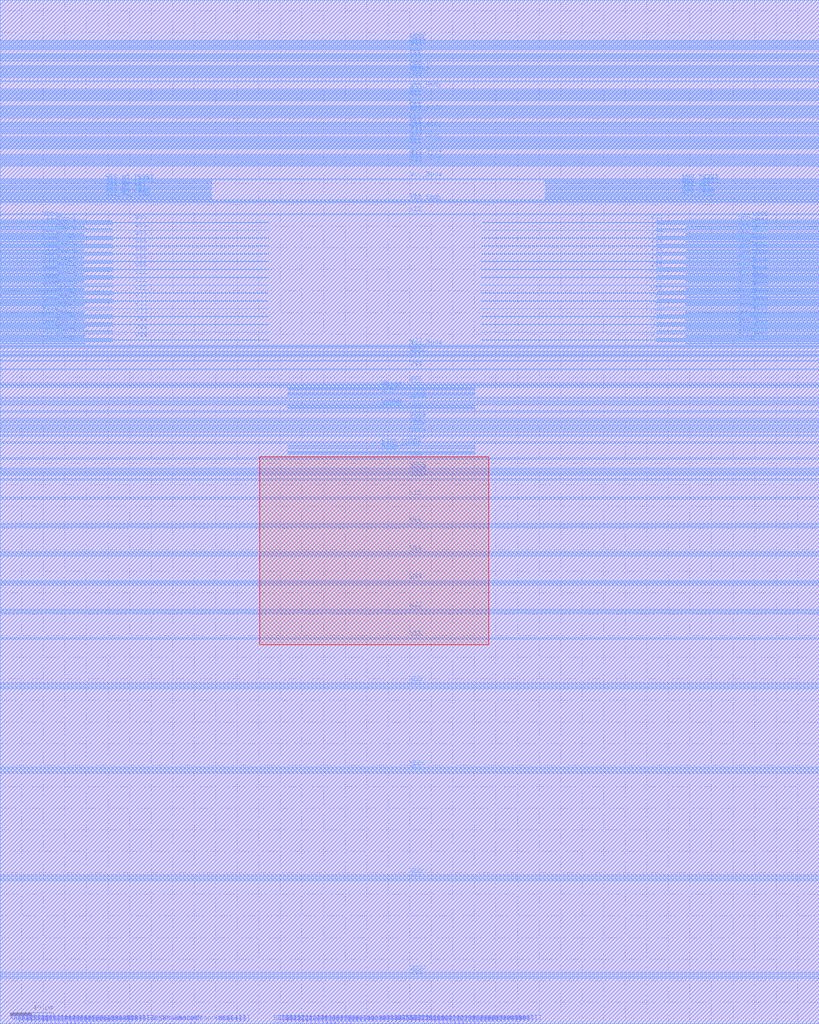
<source format=lef>
VERSION 5.7 ;
BUSBITCHARS "[]" ;
DIVIDERCHAR "/" ;

MACRO BM130_NEURO_32X32
  CLASS BLOCK
  ORIGIN 0 0 ;
  FOREIGN BM130_NEURO_32X32 0 0 ;
  SIZE 760 BY 950 ;
  PIN DI[0]
    DIRECTION INPUT ;
    USE SIGNAL ;
    PORT
      LAYER met2 ;
        RECT 253.205 0 253.505 1 ;
    END
  END DI[0]
  PIN DI[31]
    DIRECTION INPUT ;
    USE SIGNAL ;
    PORT
      LAYER met2 ;
        RECT 476.405 0 476.705 1 ;
    END
  END DI[31]
  PIN DI[30]
    DIRECTION INPUT ;
    USE SIGNAL ;
    PORT
      LAYER met2 ;
        RECT 469.205 0 469.505 1 ;
    END
  END DI[30]
  PIN DI[29]
    DIRECTION INPUT ;
    USE SIGNAL ;
    PORT
      LAYER met2 ;
        RECT 462.005 0 462.305 1 ;
    END
  END DI[29]
  PIN DI[28]
    DIRECTION INPUT ;
    USE SIGNAL ;
    PORT
      LAYER met2 ;
        RECT 454.805 0 455.105 1 ;
    END
  END DI[28]
  PIN DI[27]
    DIRECTION INPUT ;
    USE SIGNAL ;
    PORT
      LAYER met2 ;
        RECT 447.605 0 447.905 1 ;
    END
  END DI[27]
  PIN DI[26]
    DIRECTION INPUT ;
    USE SIGNAL ;
    PORT
      LAYER met2 ;
        RECT 440.405 0 440.705 1 ;
    END
  END DI[26]
  PIN DI[25]
    DIRECTION INPUT ;
    USE SIGNAL ;
    PORT
      LAYER met2 ;
        RECT 433.205 0 433.505 1 ;
    END
  END DI[25]
  PIN DI[24]
    DIRECTION INPUT ;
    USE SIGNAL ;
    PORT
      LAYER met2 ;
        RECT 426.005 0 426.305 1 ;
    END
  END DI[24]
  PIN DI[23]
    DIRECTION INPUT ;
    USE SIGNAL ;
    PORT
      LAYER met2 ;
        RECT 418.805 0 419.105 1 ;
    END
  END DI[23]
  PIN DI[22]
    DIRECTION INPUT ;
    USE SIGNAL ;
    PORT
      LAYER met2 ;
        RECT 411.605 0 411.905 1 ;
    END
  END DI[22]
  PIN DI[21]
    DIRECTION INPUT ;
    USE SIGNAL ;
    PORT
      LAYER met2 ;
        RECT 404.405 0 404.705 1 ;
    END
  END DI[21]
  PIN DI[20]
    DIRECTION INPUT ;
    USE SIGNAL ;
    PORT
      LAYER met2 ;
        RECT 397.205 0 397.505 1 ;
    END
  END DI[20]
  PIN DI[19]
    DIRECTION INPUT ;
    USE SIGNAL ;
    PORT
      LAYER met2 ;
        RECT 390.005 0 390.305 1 ;
    END
  END DI[19]
  PIN DI[18]
    DIRECTION INPUT ;
    USE SIGNAL ;
    PORT
      LAYER met2 ;
        RECT 382.805 0 383.105 1 ;
    END
  END DI[18]
  PIN DI[17]
    DIRECTION INPUT ;
    USE SIGNAL ;
    PORT
      LAYER met2 ;
        RECT 375.605 0 375.905 1 ;
    END
  END DI[17]
  PIN DI[16]
    DIRECTION INPUT ;
    USE SIGNAL ;
    PORT
      LAYER met2 ;
        RECT 368.405 0 368.705 1 ;
    END
  END DI[16]
  PIN DI[15]
    DIRECTION INPUT ;
    USE SIGNAL ;
    PORT
      LAYER met2 ;
        RECT 361.205 0 361.505 1 ;
    END
  END DI[15]
  PIN DI[14]
    DIRECTION INPUT ;
    USE SIGNAL ;
    PORT
      LAYER met2 ;
        RECT 354.005 0 354.305 1 ;
    END
  END DI[14]
  PIN DI[13]
    DIRECTION INPUT ;
    USE SIGNAL ;
    PORT
      LAYER met2 ;
        RECT 346.805 0 347.105 1 ;
    END
  END DI[13]
  PIN DI[12]
    DIRECTION INPUT ;
    USE SIGNAL ;
    PORT
      LAYER met2 ;
        RECT 339.605 0 339.905 1 ;
    END
  END DI[12]
  PIN DI[11]
    DIRECTION INPUT ;
    USE SIGNAL ;
    PORT
      LAYER met2 ;
        RECT 332.405 0 332.705 1 ;
    END
  END DI[11]
  PIN DI[10]
    DIRECTION INPUT ;
    USE SIGNAL ;
    PORT
      LAYER met2 ;
        RECT 325.205 0 325.505 1 ;
    END
  END DI[10]
  PIN DI[9]
    DIRECTION INPUT ;
    USE SIGNAL ;
    PORT
      LAYER met2 ;
        RECT 318.005 0 318.305 1 ;
    END
  END DI[9]
  PIN DI[8]
    DIRECTION INPUT ;
    USE SIGNAL ;
    PORT
      LAYER met2 ;
        RECT 310.805 0 311.105 1 ;
    END
  END DI[8]
  PIN DI[7]
    DIRECTION INPUT ;
    USE SIGNAL ;
    PORT
      LAYER met2 ;
        RECT 303.605 0 303.905 1 ;
    END
  END DI[7]
  PIN DI[6]
    DIRECTION INPUT ;
    USE SIGNAL ;
    PORT
      LAYER met2 ;
        RECT 296.405 0 296.705 1 ;
    END
  END DI[6]
  PIN DI[5]
    DIRECTION INPUT ;
    USE SIGNAL ;
    PORT
      LAYER met2 ;
        RECT 289.205 0 289.505 1 ;
    END
  END DI[5]
  PIN DI[4]
    DIRECTION INPUT ;
    USE SIGNAL ;
    PORT
      LAYER met2 ;
        RECT 282.005 0 282.305 1 ;
    END
  END DI[4]
  PIN DI[3]
    DIRECTION INPUT ;
    USE SIGNAL ;
    PORT
      LAYER met2 ;
        RECT 274.805 0 275.105 1 ;
    END
  END DI[3]
  PIN DI[2]
    DIRECTION INPUT ;
    USE SIGNAL ;
    PORT
      LAYER met2 ;
        RECT 267.605 0 267.905 1 ;
    END
  END DI[2]
  PIN DI[1]
    DIRECTION INPUT ;
    USE SIGNAL ;
    PORT
      LAYER met2 ;
        RECT 260.405 0 260.705 1 ;
    END
  END DI[1]
  PIN AD[0]
    DIRECTION INPUT ;
    USE SIGNAL ;
    PORT
      LAYER met2 ;
        RECT 8.335 0 8.635 1 ;
    END
  END AD[0]
  PIN AD[31]
    DIRECTION INPUT ;
    USE SIGNAL ;
    PORT
      LAYER met2 ;
        RECT 119.935 0 120.235 1 ;
    END
  END AD[31]
  PIN AD[30]
    DIRECTION INPUT ;
    USE SIGNAL ;
    PORT
      LAYER met2 ;
        RECT 116.335 0 116.635 1 ;
    END
  END AD[30]
  PIN AD[29]
    DIRECTION INPUT ;
    USE SIGNAL ;
    PORT
      LAYER met2 ;
        RECT 112.735 0 113.035 1 ;
    END
  END AD[29]
  PIN AD[28]
    DIRECTION INPUT ;
    USE SIGNAL ;
    PORT
      LAYER met2 ;
        RECT 109.135 0 109.435 1 ;
    END
  END AD[28]
  PIN AD[27]
    DIRECTION INPUT ;
    USE SIGNAL ;
    PORT
      LAYER met2 ;
        RECT 105.535 0 105.835 1 ;
    END
  END AD[27]
  PIN AD[26]
    DIRECTION INPUT ;
    USE SIGNAL ;
    PORT
      LAYER met2 ;
        RECT 101.935 0 102.235 1 ;
    END
  END AD[26]
  PIN AD[25]
    DIRECTION INPUT ;
    USE SIGNAL ;
    PORT
      LAYER met2 ;
        RECT 98.335 0 98.635 1 ;
    END
  END AD[25]
  PIN AD[24]
    DIRECTION INPUT ;
    USE SIGNAL ;
    PORT
      LAYER met2 ;
        RECT 94.735 0 95.035 1 ;
    END
  END AD[24]
  PIN AD[23]
    DIRECTION INPUT ;
    USE SIGNAL ;
    PORT
      LAYER met2 ;
        RECT 91.135 0 91.435 1 ;
    END
  END AD[23]
  PIN AD[22]
    DIRECTION INPUT ;
    USE SIGNAL ;
    PORT
      LAYER met2 ;
        RECT 87.535 0 87.835 1 ;
    END
  END AD[22]
  PIN AD[21]
    DIRECTION INPUT ;
    USE SIGNAL ;
    PORT
      LAYER met2 ;
        RECT 83.935 0 84.235 1 ;
    END
  END AD[21]
  PIN AD[20]
    DIRECTION INPUT ;
    USE SIGNAL ;
    PORT
      LAYER met2 ;
        RECT 80.335 0 80.635 1 ;
    END
  END AD[20]
  PIN AD[19]
    DIRECTION INPUT ;
    USE SIGNAL ;
    PORT
      LAYER met2 ;
        RECT 76.735 0 77.035 1 ;
    END
  END AD[19]
  PIN AD[18]
    DIRECTION INPUT ;
    USE SIGNAL ;
    PORT
      LAYER met2 ;
        RECT 73.135 0 73.435 1 ;
    END
  END AD[18]
  PIN AD[17]
    DIRECTION INPUT ;
    USE SIGNAL ;
    PORT
      LAYER met2 ;
        RECT 69.535 0 69.835 1 ;
    END
  END AD[17]
  PIN AD[16]
    DIRECTION INPUT ;
    USE SIGNAL ;
    PORT
      LAYER met2 ;
        RECT 65.935 0 66.235 1 ;
    END
  END AD[16]
  PIN AD[15]
    DIRECTION INPUT ;
    USE SIGNAL ;
    PORT
      LAYER met2 ;
        RECT 62.335 0 62.635 1 ;
    END
  END AD[15]
  PIN AD[14]
    DIRECTION INPUT ;
    USE SIGNAL ;
    PORT
      LAYER met2 ;
        RECT 58.735 0 59.035 1 ;
    END
  END AD[14]
  PIN AD[13]
    DIRECTION INPUT ;
    USE SIGNAL ;
    PORT
      LAYER met2 ;
        RECT 55.135 0 55.435 1 ;
    END
  END AD[13]
  PIN AD[12]
    DIRECTION INPUT ;
    USE SIGNAL ;
    PORT
      LAYER met2 ;
        RECT 51.535 0 51.835 1 ;
    END
  END AD[12]
  PIN AD[11]
    DIRECTION INPUT ;
    USE SIGNAL ;
    PORT
      LAYER met2 ;
        RECT 47.935 0 48.235 1 ;
    END
  END AD[11]
  PIN AD[10]
    DIRECTION INPUT ;
    USE SIGNAL ;
    PORT
      LAYER met2 ;
        RECT 44.335 0 44.635 1 ;
    END
  END AD[10]
  PIN AD[9]
    DIRECTION INPUT ;
    USE SIGNAL ;
    PORT
      LAYER met2 ;
        RECT 40.735 0 41.035 1 ;
    END
  END AD[9]
  PIN AD[8]
    DIRECTION INPUT ;
    USE SIGNAL ;
    PORT
      LAYER met2 ;
        RECT 37.135 0 37.435 1 ;
    END
  END AD[8]
  PIN AD[7]
    DIRECTION INPUT ;
    USE SIGNAL ;
    PORT
      LAYER met2 ;
        RECT 33.535 0 33.835 1 ;
    END
  END AD[7]
  PIN AD[6]
    DIRECTION INPUT ;
    USE SIGNAL ;
    PORT
      LAYER met2 ;
        RECT 29.935 0 30.235 1 ;
    END
  END AD[6]
  PIN AD[5]
    DIRECTION INPUT ;
    USE SIGNAL ;
    PORT
      LAYER met2 ;
        RECT 26.335 0 26.635 1 ;
    END
  END AD[5]
  PIN AD[4]
    DIRECTION INPUT ;
    USE SIGNAL ;
    PORT
      LAYER met2 ;
        RECT 22.735 0 23.035 1 ;
    END
  END AD[4]
  PIN AD[3]
    DIRECTION INPUT ;
    USE SIGNAL ;
    PORT
      LAYER met2 ;
        RECT 19.135 0 19.435 1 ;
    END
  END AD[3]
  PIN AD[2]
    DIRECTION INPUT ;
    USE SIGNAL ;
    PORT
      LAYER met2 ;
        RECT 15.535 0 15.835 1 ;
    END
  END AD[2]
  PIN AD[1]
    DIRECTION INPUT ;
    USE SIGNAL ;
    PORT
      LAYER met2 ;
        RECT 11.935 0 12.235 1 ;
    END
  END AD[1]
  PIN SEL[0]
    DIRECTION INPUT ;
    USE SIGNAL ;
    PORT
      LAYER met2 ;
        RECT 198.74 0 199.04 1 ;
    END
  END SEL[0]
  PIN SEL[3]
    DIRECTION INPUT ;
    USE SIGNAL ;
    PORT
      LAYER met2 ;
        RECT 209.54 0 209.84 1 ;
    END
  END SEL[3]
  PIN SEL[2]
    DIRECTION INPUT ;
    USE SIGNAL ;
    PORT
      LAYER met2 ;
        RECT 205.94 0 206.24 1 ;
    END
  END SEL[2]
  PIN SEL[1]
    DIRECTION INPUT ;
    USE SIGNAL ;
    PORT
      LAYER met2 ;
        RECT 202.34 0 202.64 1 ;
    END
  END SEL[1]
  PIN DO[0]
    DIRECTION OUTPUT ;
    USE SIGNAL ;
    PORT
      LAYER met2 ;
        RECT 256.805 0 257.105 1 ;
    END
  END DO[0]
  PIN DO[31]
    DIRECTION OUTPUT ;
    USE SIGNAL ;
    PORT
      LAYER met2 ;
        RECT 480.005 0 480.305 1 ;
    END
  END DO[31]
  PIN DO[30]
    DIRECTION OUTPUT ;
    USE SIGNAL ;
    PORT
      LAYER met2 ;
        RECT 472.805 0 473.105 1 ;
    END
  END DO[30]
  PIN DO[29]
    DIRECTION OUTPUT ;
    USE SIGNAL ;
    PORT
      LAYER met2 ;
        RECT 465.605 0 465.905 1 ;
    END
  END DO[29]
  PIN DO[28]
    DIRECTION OUTPUT ;
    USE SIGNAL ;
    PORT
      LAYER met2 ;
        RECT 458.405 0 458.705 1 ;
    END
  END DO[28]
  PIN DO[27]
    DIRECTION OUTPUT ;
    USE SIGNAL ;
    PORT
      LAYER met2 ;
        RECT 451.205 0 451.505 1 ;
    END
  END DO[27]
  PIN DO[26]
    DIRECTION OUTPUT ;
    USE SIGNAL ;
    PORT
      LAYER met2 ;
        RECT 444.005 0 444.305 1 ;
    END
  END DO[26]
  PIN DO[25]
    DIRECTION OUTPUT ;
    USE SIGNAL ;
    PORT
      LAYER met2 ;
        RECT 436.805 0 437.105 1 ;
    END
  END DO[25]
  PIN DO[24]
    DIRECTION OUTPUT ;
    USE SIGNAL ;
    PORT
      LAYER met2 ;
        RECT 429.605 0 429.905 1 ;
    END
  END DO[24]
  PIN DO[23]
    DIRECTION OUTPUT ;
    USE SIGNAL ;
    PORT
      LAYER met2 ;
        RECT 422.405 0 422.705 1 ;
    END
  END DO[23]
  PIN DO[22]
    DIRECTION OUTPUT ;
    USE SIGNAL ;
    PORT
      LAYER met2 ;
        RECT 415.205 0 415.505 1 ;
    END
  END DO[22]
  PIN DO[21]
    DIRECTION OUTPUT ;
    USE SIGNAL ;
    PORT
      LAYER met2 ;
        RECT 408.005 0 408.305 1 ;
    END
  END DO[21]
  PIN DO[20]
    DIRECTION OUTPUT ;
    USE SIGNAL ;
    PORT
      LAYER met2 ;
        RECT 400.805 0 401.105 1 ;
    END
  END DO[20]
  PIN DO[19]
    DIRECTION OUTPUT ;
    USE SIGNAL ;
    PORT
      LAYER met2 ;
        RECT 393.605 0 393.905 1 ;
    END
  END DO[19]
  PIN DO[18]
    DIRECTION OUTPUT ;
    USE SIGNAL ;
    PORT
      LAYER met2 ;
        RECT 386.405 0 386.705 1 ;
    END
  END DO[18]
  PIN DO[17]
    DIRECTION OUTPUT ;
    USE SIGNAL ;
    PORT
      LAYER met2 ;
        RECT 379.205 0 379.505 1 ;
    END
  END DO[17]
  PIN DO[16]
    DIRECTION OUTPUT ;
    USE SIGNAL ;
    PORT
      LAYER met2 ;
        RECT 372.005 0 372.305 1 ;
    END
  END DO[16]
  PIN DO[15]
    DIRECTION OUTPUT ;
    USE SIGNAL ;
    PORT
      LAYER met2 ;
        RECT 364.805 0 365.105 1 ;
    END
  END DO[15]
  PIN DO[14]
    DIRECTION OUTPUT ;
    USE SIGNAL ;
    PORT
      LAYER met2 ;
        RECT 357.605 0 357.905 1 ;
    END
  END DO[14]
  PIN DO[13]
    DIRECTION OUTPUT ;
    USE SIGNAL ;
    PORT
      LAYER met2 ;
        RECT 350.405 0 350.705 1 ;
    END
  END DO[13]
  PIN DO[12]
    DIRECTION OUTPUT ;
    USE SIGNAL ;
    PORT
      LAYER met2 ;
        RECT 343.205 0 343.505 1 ;
    END
  END DO[12]
  PIN DO[11]
    DIRECTION OUTPUT ;
    USE SIGNAL ;
    PORT
      LAYER met2 ;
        RECT 336.005 0 336.305 1 ;
    END
  END DO[11]
  PIN DO[10]
    DIRECTION OUTPUT ;
    USE SIGNAL ;
    PORT
      LAYER met2 ;
        RECT 328.805 0 329.105 1 ;
    END
  END DO[10]
  PIN DO[9]
    DIRECTION OUTPUT ;
    USE SIGNAL ;
    PORT
      LAYER met2 ;
        RECT 321.605 0 321.905 1 ;
    END
  END DO[9]
  PIN DO[8]
    DIRECTION OUTPUT ;
    USE SIGNAL ;
    PORT
      LAYER met2 ;
        RECT 314.405 0 314.705 1 ;
    END
  END DO[8]
  PIN DO[7]
    DIRECTION OUTPUT ;
    USE SIGNAL ;
    PORT
      LAYER met2 ;
        RECT 307.205 0 307.505 1 ;
    END
  END DO[7]
  PIN DO[6]
    DIRECTION OUTPUT ;
    USE SIGNAL ;
    PORT
      LAYER met2 ;
        RECT 300.005 0 300.305 1 ;
    END
  END DO[6]
  PIN DO[5]
    DIRECTION OUTPUT ;
    USE SIGNAL ;
    PORT
      LAYER met2 ;
        RECT 292.805 0 293.105 1 ;
    END
  END DO[5]
  PIN DO[4]
    DIRECTION OUTPUT ;
    USE SIGNAL ;
    PORT
      LAYER met2 ;
        RECT 285.605 0 285.905 1 ;
    END
  END DO[4]
  PIN DO[3]
    DIRECTION OUTPUT ;
    USE SIGNAL ;
    PORT
      LAYER met2 ;
        RECT 278.405 0 278.705 1 ;
    END
  END DO[3]
  PIN DO[2]
    DIRECTION OUTPUT ;
    USE SIGNAL ;
    PORT
      LAYER met2 ;
        RECT 271.205 0 271.505 1 ;
    END
  END DO[2]
  PIN DO[1]
    DIRECTION OUTPUT ;
    USE SIGNAL ;
    PORT
      LAYER met2 ;
        RECT 264.005 0 264.305 1 ;
    END
  END DO[1]
  PIN CLK
    DIRECTION INPUT ;
    USE SIGNAL ;
    PORT
      LAYER met2 ;
        RECT 132.13 0 132.43 1 ;
    END
  END CLK
  PIN RST
    DIRECTION INPUT ;
    USE SIGNAL ;
    PORT
      LAYER met2 ;
        RECT 139.33 0 139.63 1 ;
    END
  END RST
  PIN EN
    DIRECTION INPUT ;
    USE SIGNAL ;
    PORT
      LAYER met2 ;
        RECT 135.73 0 136.03 1 ;
    END
  END EN
  PIN R_WB
    DIRECTION INPUT ;
    USE SIGNAL ;
    PORT
      LAYER met2 ;
        RECT 142.93 0 143.23 1 ;
    END
  END R_WB
  PIN ACK
    DIRECTION OUTPUT ;
    USE SIGNAL ;
    PORT
      LAYER met2 ;
        RECT 177.115 0 177.415 1 ;
    END
  END ACK
  PIN TM
    DIRECTION INPUT ;
    USE SIGNAL ;
    PORT
      LAYER met2 ;
        RECT 160.93 0 161.23 1 ;
    END
  END TM
  PIN SN
    DIRECTION INPUT ;
    USE SIGNAL ;
    PORT
      LAYER met2 ;
        RECT 146.53 0 146.83 1 ;
    END
  END SN
  PIN ScanInCC
    DIRECTION INPUT ;
    USE SIGNAL ;
    PORT
      LAYER met2 ;
        RECT 150.13 0 150.43 1 ;
    END
  END ScanInCC
  PIN ScanInDL
    DIRECTION INPUT ;
    USE SIGNAL ;
    PORT
      LAYER met2 ;
        RECT 153.73 0 154.03 1 ;
    END
  END ScanInDL
  PIN ScanInDR
    DIRECTION INPUT ;
    USE SIGNAL ;
    PORT
      LAYER met2 ;
        RECT 157.33 0 157.63 1 ;
    END
  END ScanInDR
  PIN ScanOutCC
    DIRECTION OUTPUT ;
    USE SIGNAL ;
    PORT
      LAYER met2 ;
        RECT 180.715 0 181.015 1 ;
    END
  END ScanOutCC
  PIN Iref
    DIRECTION INPUT ;
    USE ANALOG ;
    PORT
      LAYER met3 ;
        RECT 266.84 582.75 440.155 584.05 ;
    END
    PORT
      LAYER met3 ;
        RECT 266.84 584.55 440.155 585.85 ;
    END
  END Iref
  PIN Vbias
    DIRECTION INPUT ;
    USE ANALOG ;
    PORT
      LAYER met3 ;
        RECT 266.84 589.275 440.155 590.405 ;
    END
    PORT
      LAYER met3 ;
        RECT 266.84 587.645 440.155 588.775 ;
    END
  END Vbias
  PIN Vcomp
    DIRECTION INPUT ;
    USE ANALOG ;
    PORT
      LAYER met3 ;
        RECT 266.84 570.605 440.155 571.735 ;
    END
    PORT
      LAYER met3 ;
        RECT 266.84 572.235 440.155 573.365 ;
    END
  END Vcomp
  PIN Bias_comp1
    DIRECTION INPUT ;
    USE ANALOG ;
    PORT
      LAYER met3 ;
        RECT 266.84 535.71 440.155 536.84 ;
    END
  END Bias_comp1
  PIN Bias_comp2
    DIRECTION INPUT ;
    USE ANALOG ;
    PORT
      LAYER met3 ;
        RECT 266.84 533.58 440.155 534.71 ;
    END
  END Bias_comp2
  PIN Ramp
    DIRECTION INPUT ;
    USE ANALOG ;
    PORT
      LAYER met3 ;
        RECT 266.84 528.705 440.155 529.835 ;
    END
    PORT
      LAYER met3 ;
        RECT 266.84 530.335 440.155 531.465 ;
    END
  END Ramp
  PIN Vcc_L
    DIRECTION INPUT ;
    USE ANALOG ;
    PORT
      LAYER met3 ;
        RECT 609.385 744.76 760 745.1 ;
    END
    PORT
      LAYER met3 ;
        RECT 609.385 742.04 760 742.38 ;
    END
    PORT
      LAYER met3 ;
        RECT 609.385 737.48 760 737.82 ;
    END
    PORT
      LAYER met3 ;
        RECT 609.385 734.76 760 735.1 ;
    END
    PORT
      LAYER met3 ;
        RECT 609.385 730.2 760 730.54 ;
    END
    PORT
      LAYER met3 ;
        RECT 609.385 727.48 760 727.82 ;
    END
    PORT
      LAYER met3 ;
        RECT 609.385 722.92 760 723.26 ;
    END
    PORT
      LAYER met3 ;
        RECT 609.385 720.2 760 720.54 ;
    END
    PORT
      LAYER met3 ;
        RECT 609.385 715.64 760 715.98 ;
    END
    PORT
      LAYER met3 ;
        RECT 609.385 712.92 760 713.26 ;
    END
    PORT
      LAYER met3 ;
        RECT 609.385 708.36 760 708.7 ;
    END
    PORT
      LAYER met3 ;
        RECT 609.385 705.64 760 705.98 ;
    END
    PORT
      LAYER met3 ;
        RECT 609.385 701.08 760 701.42 ;
    END
    PORT
      LAYER met3 ;
        RECT 609.385 698.36 760 698.7 ;
    END
    PORT
      LAYER met3 ;
        RECT 609.385 693.8 760 694.14 ;
    END
    PORT
      LAYER met3 ;
        RECT 609.385 691.08 760 691.42 ;
    END
    PORT
      LAYER met3 ;
        RECT 609.385 686.52 760 686.86 ;
    END
    PORT
      LAYER met3 ;
        RECT 609.385 683.8 760 684.14 ;
    END
    PORT
      LAYER met3 ;
        RECT 609.385 679.24 760 679.58 ;
    END
    PORT
      LAYER met3 ;
        RECT 609.385 676.52 760 676.86 ;
    END
    PORT
      LAYER met3 ;
        RECT 609.385 671.96 760 672.3 ;
    END
    PORT
      LAYER met3 ;
        RECT 609.385 669.24 760 669.58 ;
    END
    PORT
      LAYER met3 ;
        RECT 609.385 664.68 760 665.02 ;
    END
    PORT
      LAYER met3 ;
        RECT 609.385 661.96 760 662.3 ;
    END
    PORT
      LAYER met3 ;
        RECT 609.385 657.4 760 657.74 ;
    END
    PORT
      LAYER met3 ;
        RECT 609.385 654.68 760 655.02 ;
    END
    PORT
      LAYER met3 ;
        RECT 609.385 650.12 760 650.46 ;
    END
    PORT
      LAYER met3 ;
        RECT 609.385 647.4 760 647.74 ;
    END
    PORT
      LAYER met3 ;
        RECT 609.385 642.84 760 643.18 ;
    END
    PORT
      LAYER met3 ;
        RECT 609.385 640.12 760 640.46 ;
    END
    PORT
      LAYER met3 ;
        RECT 609.385 635.56 760 635.9 ;
    END
    PORT
      LAYER met3 ;
        RECT 609.385 632.84 760 633.18 ;
    END
    PORT
      LAYER met3 ;
        RECT 0 744.76 104.42 745.1 ;
    END
    PORT
      LAYER met3 ;
        RECT 0 742.04 104.42 742.38 ;
    END
    PORT
      LAYER met3 ;
        RECT 0 737.48 104.42 737.82 ;
    END
    PORT
      LAYER met3 ;
        RECT 0 734.76 104.42 735.1 ;
    END
    PORT
      LAYER met3 ;
        RECT 0 730.2 104.42 730.54 ;
    END
    PORT
      LAYER met3 ;
        RECT 0 727.48 104.42 727.82 ;
    END
    PORT
      LAYER met3 ;
        RECT 0 722.92 104.42 723.26 ;
    END
    PORT
      LAYER met3 ;
        RECT 0 720.2 104.42 720.54 ;
    END
    PORT
      LAYER met3 ;
        RECT 0 715.64 104.42 715.98 ;
    END
    PORT
      LAYER met3 ;
        RECT 0 712.92 104.42 713.26 ;
    END
    PORT
      LAYER met3 ;
        RECT 0 708.36 104.42 708.7 ;
    END
    PORT
      LAYER met3 ;
        RECT 0 705.64 104.42 705.98 ;
    END
    PORT
      LAYER met3 ;
        RECT 0 701.08 104.42 701.42 ;
    END
    PORT
      LAYER met3 ;
        RECT 0 698.36 104.42 698.7 ;
    END
    PORT
      LAYER met3 ;
        RECT 0 693.8 104.42 694.14 ;
    END
    PORT
      LAYER met3 ;
        RECT 0 691.08 104.42 691.42 ;
    END
    PORT
      LAYER met3 ;
        RECT 0 686.52 104.42 686.86 ;
    END
    PORT
      LAYER met3 ;
        RECT 0 683.8 104.42 684.14 ;
    END
    PORT
      LAYER met3 ;
        RECT 0 679.24 104.42 679.58 ;
    END
    PORT
      LAYER met3 ;
        RECT 0 676.52 104.42 676.86 ;
    END
    PORT
      LAYER met3 ;
        RECT 0 671.96 104.42 672.3 ;
    END
    PORT
      LAYER met3 ;
        RECT 0 669.24 104.42 669.58 ;
    END
    PORT
      LAYER met3 ;
        RECT 0 664.68 104.42 665.02 ;
    END
    PORT
      LAYER met3 ;
        RECT 0 661.96 104.42 662.3 ;
    END
    PORT
      LAYER met3 ;
        RECT 0 657.4 104.42 657.74 ;
    END
    PORT
      LAYER met3 ;
        RECT 0 654.68 104.42 655.02 ;
    END
    PORT
      LAYER met3 ;
        RECT 0 650.12 104.42 650.46 ;
    END
    PORT
      LAYER met3 ;
        RECT 0 647.4 104.42 647.74 ;
    END
    PORT
      LAYER met3 ;
        RECT 0 642.84 104.42 643.18 ;
    END
    PORT
      LAYER met3 ;
        RECT 0 640.12 104.42 640.46 ;
    END
    PORT
      LAYER met3 ;
        RECT 0 635.56 104.42 635.9 ;
    END
    PORT
      LAYER met3 ;
        RECT 0 632.84 104.42 633.18 ;
    END
    PORT
      LAYER met3 ;
        RECT 0 878.055 760 879.055 ;
    END
    PORT
      LAYER met3 ;
        RECT 0 880.055 760 881.055 ;
    END
    PORT
      LAYER met3 ;
        RECT 0 882.055 760 883.055 ;
    END
    PORT
      LAYER met3 ;
        RECT 0 884.055 760 885.055 ;
    END
    PORT
      LAYER met3 ;
        RECT 0 886.055 760 887.055 ;
    END
    PORT
      LAYER met3 ;
        RECT 0 888.055 760 889.055 ;
    END
  END Vcc_L
  PIN Vcc_Body
    DIRECTION INPUT ;
    USE ANALOG ;
    PORT
      LAYER met3 ;
        RECT 0 627.04 760 628.04 ;
    END
    PORT
      LAYER met3 ;
        RECT 0 761.895 760 762.895 ;
    END
    PORT
      LAYER met3 ;
        RECT 0 783.15 760 784.15 ;
    END
    PORT
      LAYER met3 ;
        RECT 0 799.665 760 800.665 ;
    END
    PORT
      LAYER met3 ;
        RECT 0 805.665 760 806.665 ;
    END
    PORT
      LAYER met3 ;
        RECT 0 817.89 760 818.89 ;
    END
    PORT
      LAYER met3 ;
        RECT 0 829.72 760 830.72 ;
    END
    PORT
      LAYER met3 ;
        RECT 0 844.935 760 845.935 ;
    END
    PORT
      LAYER met3 ;
        RECT 0 866.43 760 867.43 ;
    END
  END Vcc_Body
  PIN Vcc_reset
    DIRECTION INPUT ;
    USE ANALOG ;
    PORT
      LAYER met3 ;
        RECT 505.84 781.29 760 782.29 ;
    END
    PORT
      LAYER met3 ;
        RECT 505.84 779.29 760 780.29 ;
    END
    PORT
      LAYER met3 ;
        RECT 505.84 777.29 760 778.29 ;
    END
  END Vcc_reset
  PIN Vcc_set
    DIRECTION INPUT ;
    USE ANALOG ;
    PORT
      LAYER met3 ;
        RECT 505.84 775.29 760 776.29 ;
    END
    PORT
      LAYER met3 ;
        RECT 505.84 773.29 760 774.29 ;
    END
    PORT
      LAYER met3 ;
        RECT 505.84 771.29 760 772.29 ;
    END
  END Vcc_set
  PIN Vcc_wl_reset
    DIRECTION INPUT ;
    USE ANALOG ;
    PORT
      LAYER met3 ;
        RECT 0 781.29 196.06 782.29 ;
    END
    PORT
      LAYER met3 ;
        RECT 0 779.29 196.06 780.29 ;
    END
    PORT
      LAYER met3 ;
        RECT 0 777.29 196.06 778.29 ;
    END
  END Vcc_wl_reset
  PIN Vcc_wl_set
    DIRECTION INPUT ;
    USE ANALOG ;
    PORT
      LAYER met3 ;
        RECT 0 775.29 196.06 776.29 ;
    END
    PORT
      LAYER met3 ;
        RECT 0 773.29 196.06 774.29 ;
    END
    PORT
      LAYER met3 ;
        RECT 0 771.29 196.06 772.29 ;
    END
  END Vcc_wl_set
  PIN Vcc_wl_read
    DIRECTION INPUT ;
    USE ANALOG ;
    PORT
      LAYER met3 ;
        RECT 0 769.29 196.06 770.29 ;
    END
    PORT
      LAYER met3 ;
        RECT 0 767.29 196.06 768.29 ;
    END
    PORT
      LAYER met3 ;
        RECT 0 765.29 196.06 766.29 ;
    END
  END Vcc_wl_read
  PIN Vcc_read
    DIRECTION INPUT ;
    USE ANALOG ;
    PORT
      LAYER met3 ;
        RECT 505.84 769.29 760 770.29 ;
    END
    PORT
      LAYER met3 ;
        RECT 505.84 767.29 760 768.29 ;
    END
    PORT
      LAYER met3 ;
        RECT 505.84 765.29 760 766.29 ;
    END
  END Vcc_read
  PIN VSS
    DIRECTION INPUT ;
    USE ANALOG ;
    PORT
      LAYER met3 ;
        RECT 0 750.855 760 751.855 ;
    END
    PORT
      LAYER met3 ;
        RECT 0 628.495 760 629.495 ;
    END
    PORT
      LAYER met3 ;
        RECT 446.595 692.44 760 692.78 ;
    END
    PORT
      LAYER met3 ;
        RECT 446.595 699.72 760 700.06 ;
    END
    PORT
      LAYER met3 ;
        RECT 446.595 707 760 707.34 ;
    END
    PORT
      LAYER met3 ;
        RECT 446.595 714.28 760 714.62 ;
    END
    PORT
      LAYER met3 ;
        RECT 446.595 721.56 760 721.9 ;
    END
    PORT
      LAYER met3 ;
        RECT 446.595 728.84 760 729.18 ;
    END
    PORT
      LAYER met3 ;
        RECT 446.595 736.12 760 736.46 ;
    END
    PORT
      LAYER met3 ;
        RECT 446.595 743.4 760 743.74 ;
    END
    PORT
      LAYER met3 ;
        RECT 446.595 634.2 760 634.54 ;
    END
    PORT
      LAYER met3 ;
        RECT 446.595 641.48 760 641.82 ;
    END
    PORT
      LAYER met3 ;
        RECT 446.595 648.76 760 649.1 ;
    END
    PORT
      LAYER met3 ;
        RECT 446.595 656.04 760 656.38 ;
    END
    PORT
      LAYER met3 ;
        RECT 446.595 663.32 760 663.66 ;
    END
    PORT
      LAYER met3 ;
        RECT 446.595 670.6 760 670.94 ;
    END
    PORT
      LAYER met3 ;
        RECT 446.595 677.88 760 678.22 ;
    END
    PORT
      LAYER met3 ;
        RECT 446.595 685.16 760 685.5 ;
    END
    PORT
      LAYER met3 ;
        RECT 0 692.44 249.21 692.78 ;
    END
    PORT
      LAYER met3 ;
        RECT 0 699.72 249.21 700.06 ;
    END
    PORT
      LAYER met3 ;
        RECT 0 707 249.21 707.34 ;
    END
    PORT
      LAYER met3 ;
        RECT 0 714.28 249.21 714.62 ;
    END
    PORT
      LAYER met3 ;
        RECT 0 721.56 249.21 721.9 ;
    END
    PORT
      LAYER met3 ;
        RECT 0 728.84 249.21 729.18 ;
    END
    PORT
      LAYER met3 ;
        RECT 0 736.12 249.21 736.46 ;
    END
    PORT
      LAYER met3 ;
        RECT 0 743.4 249.21 743.74 ;
    END
    PORT
      LAYER met3 ;
        RECT 0 548.7 760 550.2 ;
    END
    PORT
      LAYER met3 ;
        RECT 0 42.27 760 44.07 ;
    END
    PORT
      LAYER met3 ;
        RECT 0 132.645 760 134.445 ;
    END
    PORT
      LAYER met3 ;
        RECT 0 232.645 760 234.445 ;
    END
    PORT
      LAYER met3 ;
        RECT 0 310.935 760 312.735 ;
    END
    PORT
      LAYER met3 ;
        RECT 0 356.65 760 358.15 ;
    END
    PORT
      LAYER met3 ;
        RECT 0 380.53 760 382.03 ;
    END
    PORT
      LAYER met3 ;
        RECT 0 383.23 760 384.73 ;
    END
    PORT
      LAYER met3 ;
        RECT 0 407.11 760 408.61 ;
    END
    PORT
      LAYER met3 ;
        RECT 0 409.81 760 411.31 ;
    END
    PORT
      LAYER met3 ;
        RECT 0 433.69 760 435.19 ;
    END
    PORT
      LAYER met3 ;
        RECT 0 436.39 760 437.89 ;
    END
    PORT
      LAYER met3 ;
        RECT 0 460.27 760 461.77 ;
    END
    PORT
      LAYER met3 ;
        RECT 0 462.97 760 464.47 ;
    END
    PORT
      LAYER met3 ;
        RECT 0 486.85 760 488.35 ;
    END
    PORT
      LAYER met3 ;
        RECT 0 523.635 760 525.135 ;
    END
    PORT
      LAYER met3 ;
        RECT 0 554.58 760 556.08 ;
    END
    PORT
      LAYER met3 ;
        RECT 0 567.315 760 568.815 ;
    END
    PORT
      LAYER met3 ;
        RECT 0 574.005 760 575.505 ;
    END
    PORT
      LAYER met3 ;
        RECT 0 590.8 760 592.3 ;
    END
    PORT
      LAYER met3 ;
        RECT 0 593.1 760 594.6 ;
    END
    PORT
      LAYER met3 ;
        RECT 0 606.925 760 607.925 ;
    END
    PORT
      LAYER met3 ;
        RECT 0 614.925 760 615.925 ;
    END
    PORT
      LAYER met3 ;
        RECT 0 622.925 760 623.925 ;
    END
    PORT
      LAYER met3 ;
        RECT 0 634.2 249.21 634.54 ;
    END
    PORT
      LAYER met3 ;
        RECT 0 641.48 249.21 641.82 ;
    END
    PORT
      LAYER met3 ;
        RECT 0 648.76 249.21 649.1 ;
    END
    PORT
      LAYER met3 ;
        RECT 0 656.04 249.21 656.38 ;
    END
    PORT
      LAYER met3 ;
        RECT 0 663.32 249.21 663.66 ;
    END
    PORT
      LAYER met3 ;
        RECT 0 670.6 249.21 670.94 ;
    END
    PORT
      LAYER met3 ;
        RECT 0 677.88 249.21 678.22 ;
    END
    PORT
      LAYER met3 ;
        RECT 0 685.16 249.21 685.5 ;
    END
    PORT
      LAYER met3 ;
        RECT 0 763.435 760 764.435 ;
    END
    PORT
      LAYER met3 ;
        RECT 0 801.665 760 802.665 ;
    END
    PORT
      LAYER met3 ;
        RECT 0 803.665 760 804.665 ;
    END
    PORT
      LAYER met3 ;
        RECT 0 795.665 760 796.665 ;
    END
    PORT
      LAYER met3 ;
        RECT 0 797.665 760 798.665 ;
    END
    PORT
      LAYER met3 ;
        RECT 0 811.89 760 812.89 ;
    END
    PORT
      LAYER met3 ;
        RECT 0 813.89 760 814.89 ;
    END
    PORT
      LAYER met3 ;
        RECT 0 815.89 760 816.89 ;
    END
    PORT
      LAYER met3 ;
        RECT 0 819.89 760 820.89 ;
    END
    PORT
      LAYER met3 ;
        RECT 0 821.89 760 822.89 ;
    END
    PORT
      LAYER met3 ;
        RECT 0 825.72 760 826.72 ;
    END
    PORT
      LAYER met3 ;
        RECT 0 827.72 760 828.72 ;
    END
    PORT
      LAYER met3 ;
        RECT 0 831.72 760 832.72 ;
    END
    PORT
      LAYER met3 ;
        RECT 0 833.72 760 834.72 ;
    END
    PORT
      LAYER met3 ;
        RECT 0 835.72 760 836.72 ;
    END
    PORT
      LAYER met3 ;
        RECT 0 840.935 760 841.935 ;
    END
    PORT
      LAYER met3 ;
        RECT 0 842.935 760 843.935 ;
    END
    PORT
      LAYER met3 ;
        RECT 0 846.935 760 847.935 ;
    END
    PORT
      LAYER met3 ;
        RECT 0 848.935 760 849.935 ;
    END
    PORT
      LAYER met3 ;
        RECT 0 850.935 760 851.935 ;
    END
    PORT
      LAYER met3 ;
        RECT 0 856.43 760 857.43 ;
    END
    PORT
      LAYER met3 ;
        RECT 0 858.43 760 859.43 ;
    END
    PORT
      LAYER met3 ;
        RECT 0 860.43 760 861.43 ;
    END
    PORT
      LAYER met3 ;
        RECT 0 862.43 760 863.43 ;
    END
    PORT
      LAYER met3 ;
        RECT 0 864.43 760 865.43 ;
    END
    PORT
      LAYER met3 ;
        RECT 0 873.975 760 874.975 ;
    END
    PORT
      LAYER met3 ;
        RECT 0 893.29 760 894.29 ;
    END
    PORT
      LAYER met3 ;
        RECT 0 895.29 760 896.29 ;
    END
    PORT
      LAYER met3 ;
        RECT 0 897.29 760 898.29 ;
    END
    PORT
      LAYER met3 ;
        RECT 0 899.29 760 900.29 ;
    END
    PORT
      LAYER met3 ;
        RECT 0 903.655 760 904.655 ;
    END
    PORT
      LAYER met3 ;
        RECT 0 907.655 760 908.655 ;
    END
  END VSS
  PIN VDDC
    DIRECTION INPUT ;
    USE ANALOG ;
    PORT
      LAYER met3 ;
        RECT 636.045 746.4 760 746.74 ;
    END
    PORT
      LAYER met3 ;
        RECT 636.045 740.4 760 740.74 ;
    END
    PORT
      LAYER met3 ;
        RECT 636.045 739.12 760 739.46 ;
    END
    PORT
      LAYER met3 ;
        RECT 636.045 733.12 760 733.46 ;
    END
    PORT
      LAYER met3 ;
        RECT 636.045 731.84 760 732.18 ;
    END
    PORT
      LAYER met3 ;
        RECT 636.045 725.84 760 726.18 ;
    END
    PORT
      LAYER met3 ;
        RECT 636.045 724.56 760 724.9 ;
    END
    PORT
      LAYER met3 ;
        RECT 636.045 718.56 760 718.9 ;
    END
    PORT
      LAYER met3 ;
        RECT 636.045 717.28 760 717.62 ;
    END
    PORT
      LAYER met3 ;
        RECT 636.045 711.28 760 711.62 ;
    END
    PORT
      LAYER met3 ;
        RECT 636.045 710 760 710.34 ;
    END
    PORT
      LAYER met3 ;
        RECT 636.045 704 760 704.34 ;
    END
    PORT
      LAYER met3 ;
        RECT 636.045 702.72 760 703.06 ;
    END
    PORT
      LAYER met3 ;
        RECT 636.045 696.72 760 697.06 ;
    END
    PORT
      LAYER met3 ;
        RECT 636.045 695.44 760 695.78 ;
    END
    PORT
      LAYER met3 ;
        RECT 636.045 689.44 760 689.78 ;
    END
    PORT
      LAYER met3 ;
        RECT 636.045 688.16 760 688.5 ;
    END
    PORT
      LAYER met3 ;
        RECT 636.045 682.16 760 682.5 ;
    END
    PORT
      LAYER met3 ;
        RECT 636.045 680.88 760 681.22 ;
    END
    PORT
      LAYER met3 ;
        RECT 636.045 674.88 760 675.22 ;
    END
    PORT
      LAYER met3 ;
        RECT 636.045 673.6 760 673.94 ;
    END
    PORT
      LAYER met3 ;
        RECT 636.045 667.6 760 667.94 ;
    END
    PORT
      LAYER met3 ;
        RECT 636.045 666.32 760 666.66 ;
    END
    PORT
      LAYER met3 ;
        RECT 636.045 660.32 760 660.66 ;
    END
    PORT
      LAYER met3 ;
        RECT 636.045 659.04 760 659.38 ;
    END
    PORT
      LAYER met3 ;
        RECT 636.045 653.04 760 653.38 ;
    END
    PORT
      LAYER met3 ;
        RECT 636.045 651.76 760 652.1 ;
    END
    PORT
      LAYER met3 ;
        RECT 636.045 645.76 760 646.1 ;
    END
    PORT
      LAYER met3 ;
        RECT 636.045 644.48 760 644.82 ;
    END
    PORT
      LAYER met3 ;
        RECT 636.045 638.48 760 638.82 ;
    END
    PORT
      LAYER met3 ;
        RECT 636.045 637.2 760 637.54 ;
    END
    PORT
      LAYER met3 ;
        RECT 636.045 631.2 760 631.54 ;
    END
    PORT
      LAYER met3 ;
        RECT 0 746.4 77.76 746.74 ;
    END
    PORT
      LAYER met3 ;
        RECT 0 740.4 77.76 740.74 ;
    END
    PORT
      LAYER met3 ;
        RECT 0 739.12 77.76 739.46 ;
    END
    PORT
      LAYER met3 ;
        RECT 0 733.12 77.76 733.46 ;
    END
    PORT
      LAYER met3 ;
        RECT 0 731.84 77.76 732.18 ;
    END
    PORT
      LAYER met3 ;
        RECT 0 725.84 77.76 726.18 ;
    END
    PORT
      LAYER met3 ;
        RECT 0 724.56 77.76 724.9 ;
    END
    PORT
      LAYER met3 ;
        RECT 0 718.56 77.76 718.9 ;
    END
    PORT
      LAYER met3 ;
        RECT 0 717.28 77.76 717.62 ;
    END
    PORT
      LAYER met3 ;
        RECT 0 711.28 77.76 711.62 ;
    END
    PORT
      LAYER met3 ;
        RECT 0 710 77.76 710.34 ;
    END
    PORT
      LAYER met3 ;
        RECT 0 704 77.76 704.34 ;
    END
    PORT
      LAYER met3 ;
        RECT 0 702.72 77.76 703.06 ;
    END
    PORT
      LAYER met3 ;
        RECT 0 696.72 77.76 697.06 ;
    END
    PORT
      LAYER met3 ;
        RECT 0 695.44 77.76 695.78 ;
    END
    PORT
      LAYER met3 ;
        RECT 0 689.44 77.76 689.78 ;
    END
    PORT
      LAYER met3 ;
        RECT 0 620.425 760 621.425 ;
    END
    PORT
      LAYER met3 ;
        RECT 0 618.925 760 619.925 ;
    END
    PORT
      LAYER met3 ;
        RECT 0 911.655 760 912.655 ;
    END
    PORT
      LAYER met3 ;
        RECT 0 909.655 760 910.655 ;
    END
    PORT
      LAYER met3 ;
        RECT 0 905.655 760 906.655 ;
    END
    PORT
      LAYER met3 ;
        RECT 0 688.16 77.76 688.5 ;
    END
    PORT
      LAYER met3 ;
        RECT 0 682.16 77.76 682.5 ;
    END
    PORT
      LAYER met3 ;
        RECT 0 680.88 77.76 681.22 ;
    END
    PORT
      LAYER met3 ;
        RECT 0 674.88 77.76 675.22 ;
    END
    PORT
      LAYER met3 ;
        RECT 0 673.6 77.76 673.94 ;
    END
    PORT
      LAYER met3 ;
        RECT 0 667.6 77.76 667.94 ;
    END
    PORT
      LAYER met3 ;
        RECT 0 666.32 77.76 666.66 ;
    END
    PORT
      LAYER met3 ;
        RECT 0 660.32 77.76 660.66 ;
    END
    PORT
      LAYER met3 ;
        RECT 0 659.04 77.76 659.38 ;
    END
    PORT
      LAYER met3 ;
        RECT 0 653.04 77.76 653.38 ;
    END
    PORT
      LAYER met3 ;
        RECT 0 651.76 77.76 652.1 ;
    END
    PORT
      LAYER met3 ;
        RECT 0 645.76 77.76 646.1 ;
    END
    PORT
      LAYER met3 ;
        RECT 0 644.48 77.76 644.82 ;
    END
    PORT
      LAYER met3 ;
        RECT 0 638.48 77.76 638.82 ;
    END
    PORT
      LAYER met3 ;
        RECT 0 637.2 77.76 637.54 ;
    END
    PORT
      LAYER met3 ;
        RECT 0 631.2 77.76 631.54 ;
    END
    PORT
      LAYER met3 ;
        RECT 0 314.535 760 316.335 ;
    END
    PORT
      LAYER met3 ;
        RECT 0 236.245 760 238.045 ;
    END
    PORT
      LAYER met3 ;
        RECT 0 136.245 760 138.045 ;
    END
    PORT
      LAYER met3 ;
        RECT 0 45.87 760 47.67 ;
    END
  END VDDC
  PIN VDDA
    DIRECTION INPUT ;
    USE ANALOG ;
    PORT
      LAYER met3 ;
        RECT 0 504.36 760 505.86 ;
    END
    PORT
      LAYER met3 ;
        RECT 0 508.86 760 510.36 ;
    END
    PORT
      LAYER met3 ;
        RECT 0 511.36 760 512.86 ;
    END
    PORT
      LAYER met3 ;
        RECT 0 513.86 760 515.36 ;
    END
    PORT
      LAYER met3 ;
        RECT 0 538.77 760 540.27 ;
    END
    PORT
      LAYER met3 ;
        RECT 0 545.235 760 546.735 ;
    END
    PORT
      LAYER met3 ;
        RECT 0 551.695 760 553.195 ;
    END
    PORT
      LAYER met3 ;
        RECT 0 557.6 760 559.1 ;
    END
    PORT
      LAYER met3 ;
        RECT 0 560.21 760 561.71 ;
    END
    PORT
      LAYER met3 ;
        RECT 0 576.83 760 578.33 ;
    END
    PORT
      LAYER met3 ;
        RECT 0 579.83 760 581.33 ;
    END
  END VDDA
  OBS
    LAYER li ;
      RECT 0 0 760 950 ;
    LAYER met4 ;
      RECT 240.955 351.84 453.11 526.085 ;
    LAYER met1 ;
      RECT 0 0 760 950 ;
    LAYER met2 ;
      RECT 0 0 760 950 ;
    LAYER met3 ;
      RECT 0 0 760 950 ;
  END
END BM130_NEURO_32X32

END LIBRARY

</source>
